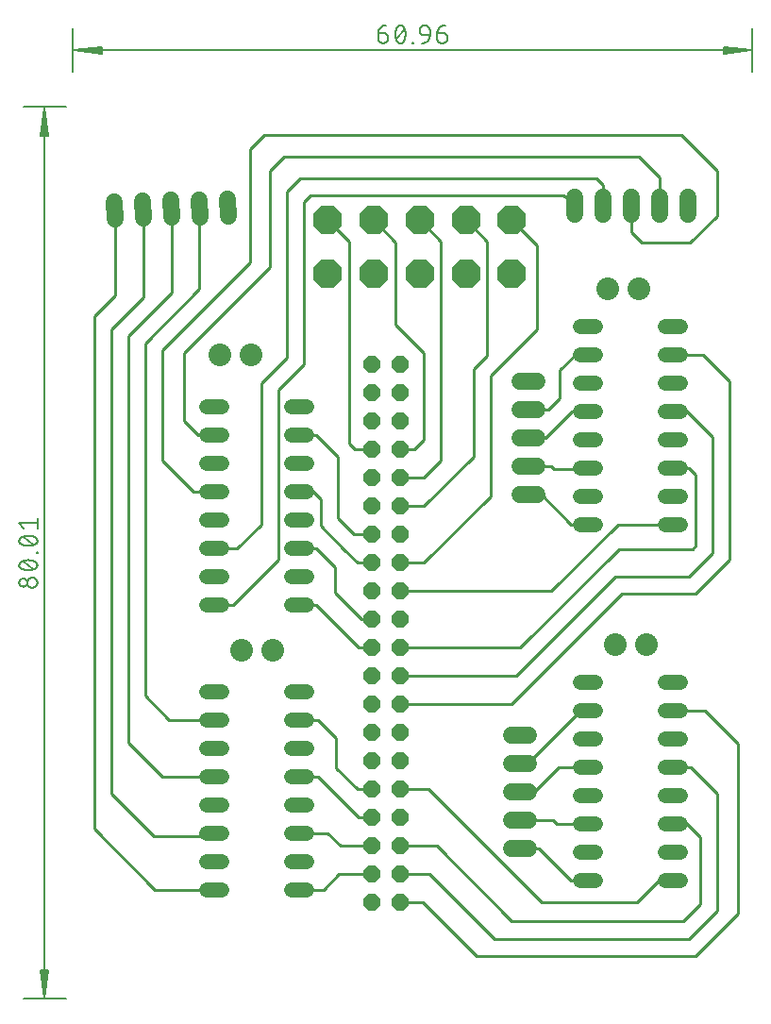
<source format=gbr>
G04 EAGLE Gerber RS-274X export*
G75*
%MOMM*%
%FSLAX34Y34*%
%LPD*%
%INTop Copper*%
%IPPOS*%
%AMOC8*
5,1,8,0,0,1.08239X$1,22.5*%
G01*
%ADD10C,0.130000*%
%ADD11C,0.152400*%
%ADD12C,1.524000*%
%ADD13P,1.649562X8X292.500000*%
%ADD14C,1.320800*%
%ADD15C,2.032000*%
%ADD16P,2.749271X8X22.500000*%
%ADD17P,2.749271X8X112.500000*%
%ADD18C,0.254000*%


D10*
X-6350Y825500D02*
X32200Y825500D01*
X32200Y25400D02*
X-6350Y25400D01*
X12700Y26050D02*
X12700Y824850D01*
X9508Y799500D01*
X15892Y799500D01*
X12700Y824850D01*
X11400Y799500D01*
X14000Y799500D02*
X12700Y824850D01*
X10100Y799500D01*
X15300Y799500D02*
X12700Y824850D01*
X9508Y51400D02*
X12700Y26050D01*
X9508Y51400D02*
X15892Y51400D01*
X12700Y26050D01*
X11400Y51400D01*
X14000Y51400D02*
X12700Y26050D01*
X10100Y51400D01*
X15300Y51400D02*
X12700Y26050D01*
D11*
X1677Y394391D02*
X1544Y394393D01*
X1412Y394399D01*
X1280Y394409D01*
X1148Y394422D01*
X1016Y394440D01*
X886Y394461D01*
X755Y394486D01*
X626Y394515D01*
X498Y394548D01*
X370Y394584D01*
X244Y394624D01*
X119Y394668D01*
X-5Y394716D01*
X-127Y394767D01*
X-248Y394822D01*
X-367Y394880D01*
X-485Y394942D01*
X-600Y395007D01*
X-714Y395076D01*
X-825Y395147D01*
X-934Y395223D01*
X-1041Y395301D01*
X-1146Y395382D01*
X-1248Y395467D01*
X-1348Y395554D01*
X-1445Y395644D01*
X-1540Y395737D01*
X-1631Y395833D01*
X-1720Y395931D01*
X-1806Y396032D01*
X-1889Y396136D01*
X-1969Y396242D01*
X-2045Y396350D01*
X-2119Y396460D01*
X-2189Y396573D01*
X-2256Y396687D01*
X-2319Y396804D01*
X-2379Y396922D01*
X-2436Y397042D01*
X-2489Y397164D01*
X-2538Y397287D01*
X-2584Y397411D01*
X-2626Y397537D01*
X-2664Y397664D01*
X-2699Y397792D01*
X-2730Y397921D01*
X-2757Y398050D01*
X-2780Y398181D01*
X-2800Y398312D01*
X-2815Y398444D01*
X-2827Y398576D01*
X-2835Y398708D01*
X-2839Y398841D01*
X-2839Y398973D01*
X-2835Y399106D01*
X-2827Y399238D01*
X-2815Y399370D01*
X-2800Y399502D01*
X-2780Y399633D01*
X-2757Y399764D01*
X-2730Y399893D01*
X-2699Y400022D01*
X-2664Y400150D01*
X-2626Y400277D01*
X-2584Y400403D01*
X-2538Y400527D01*
X-2489Y400650D01*
X-2436Y400772D01*
X-2379Y400892D01*
X-2319Y401010D01*
X-2256Y401127D01*
X-2189Y401241D01*
X-2119Y401354D01*
X-2045Y401464D01*
X-1969Y401572D01*
X-1889Y401678D01*
X-1806Y401782D01*
X-1720Y401883D01*
X-1631Y401981D01*
X-1540Y402077D01*
X-1445Y402170D01*
X-1348Y402260D01*
X-1248Y402347D01*
X-1146Y402432D01*
X-1041Y402513D01*
X-934Y402591D01*
X-825Y402667D01*
X-714Y402738D01*
X-600Y402807D01*
X-485Y402872D01*
X-367Y402934D01*
X-248Y402992D01*
X-127Y403047D01*
X-5Y403098D01*
X119Y403146D01*
X244Y403190D01*
X370Y403230D01*
X498Y403266D01*
X626Y403299D01*
X755Y403328D01*
X886Y403353D01*
X1016Y403374D01*
X1148Y403392D01*
X1280Y403405D01*
X1412Y403415D01*
X1544Y403421D01*
X1677Y403423D01*
X1810Y403421D01*
X1942Y403415D01*
X2074Y403405D01*
X2206Y403392D01*
X2338Y403374D01*
X2468Y403353D01*
X2599Y403328D01*
X2728Y403299D01*
X2856Y403266D01*
X2984Y403230D01*
X3110Y403190D01*
X3235Y403146D01*
X3359Y403098D01*
X3481Y403047D01*
X3602Y402992D01*
X3721Y402934D01*
X3839Y402872D01*
X3954Y402807D01*
X4068Y402738D01*
X4179Y402667D01*
X4288Y402591D01*
X4395Y402513D01*
X4500Y402432D01*
X4602Y402347D01*
X4702Y402260D01*
X4799Y402170D01*
X4894Y402077D01*
X4985Y401981D01*
X5074Y401883D01*
X5160Y401782D01*
X5243Y401678D01*
X5323Y401572D01*
X5399Y401464D01*
X5473Y401354D01*
X5543Y401241D01*
X5610Y401127D01*
X5673Y401010D01*
X5733Y400892D01*
X5790Y400772D01*
X5843Y400650D01*
X5892Y400527D01*
X5938Y400403D01*
X5980Y400277D01*
X6018Y400150D01*
X6053Y400022D01*
X6084Y399893D01*
X6111Y399764D01*
X6134Y399633D01*
X6154Y399502D01*
X6169Y399370D01*
X6181Y399238D01*
X6189Y399106D01*
X6193Y398973D01*
X6193Y398841D01*
X6189Y398708D01*
X6181Y398576D01*
X6169Y398444D01*
X6154Y398312D01*
X6134Y398181D01*
X6111Y398050D01*
X6084Y397921D01*
X6053Y397792D01*
X6018Y397664D01*
X5980Y397537D01*
X5938Y397411D01*
X5892Y397287D01*
X5843Y397164D01*
X5790Y397042D01*
X5733Y396922D01*
X5673Y396804D01*
X5610Y396687D01*
X5543Y396573D01*
X5473Y396460D01*
X5399Y396350D01*
X5323Y396242D01*
X5243Y396136D01*
X5160Y396032D01*
X5074Y395931D01*
X4985Y395833D01*
X4894Y395737D01*
X4799Y395644D01*
X4702Y395554D01*
X4602Y395467D01*
X4500Y395382D01*
X4395Y395301D01*
X4288Y395223D01*
X4179Y395147D01*
X4068Y395076D01*
X3954Y395007D01*
X3839Y394942D01*
X3721Y394880D01*
X3602Y394822D01*
X3481Y394767D01*
X3359Y394716D01*
X3235Y394668D01*
X3110Y394624D01*
X2984Y394584D01*
X2856Y394548D01*
X2728Y394515D01*
X2599Y394486D01*
X2468Y394461D01*
X2338Y394440D01*
X2206Y394422D01*
X2074Y394409D01*
X1942Y394399D01*
X1810Y394393D01*
X1677Y394391D01*
X-6451Y395295D02*
X-6570Y395297D01*
X-6690Y395303D01*
X-6809Y395313D01*
X-6927Y395327D01*
X-7046Y395344D01*
X-7163Y395366D01*
X-7280Y395391D01*
X-7395Y395421D01*
X-7510Y395454D01*
X-7624Y395491D01*
X-7736Y395531D01*
X-7847Y395576D01*
X-7956Y395624D01*
X-8064Y395675D01*
X-8170Y395730D01*
X-8274Y395789D01*
X-8376Y395851D01*
X-8476Y395916D01*
X-8574Y395985D01*
X-8670Y396057D01*
X-8763Y396132D01*
X-8853Y396209D01*
X-8941Y396290D01*
X-9026Y396374D01*
X-9108Y396461D01*
X-9188Y396550D01*
X-9264Y396642D01*
X-9338Y396736D01*
X-9408Y396833D01*
X-9475Y396931D01*
X-9539Y397032D01*
X-9599Y397136D01*
X-9656Y397241D01*
X-9709Y397348D01*
X-9759Y397456D01*
X-9805Y397566D01*
X-9847Y397678D01*
X-9886Y397791D01*
X-9921Y397905D01*
X-9952Y398020D01*
X-9980Y398137D01*
X-10003Y398254D01*
X-10023Y398371D01*
X-10039Y398490D01*
X-10051Y398609D01*
X-10059Y398728D01*
X-10063Y398847D01*
X-10063Y398967D01*
X-10059Y399086D01*
X-10051Y399205D01*
X-10039Y399324D01*
X-10023Y399443D01*
X-10003Y399560D01*
X-9980Y399677D01*
X-9952Y399794D01*
X-9921Y399909D01*
X-9886Y400023D01*
X-9847Y400136D01*
X-9805Y400248D01*
X-9759Y400358D01*
X-9709Y400466D01*
X-9656Y400573D01*
X-9599Y400678D01*
X-9539Y400782D01*
X-9475Y400883D01*
X-9408Y400981D01*
X-9338Y401078D01*
X-9264Y401172D01*
X-9188Y401264D01*
X-9108Y401353D01*
X-9026Y401440D01*
X-8941Y401524D01*
X-8853Y401605D01*
X-8763Y401682D01*
X-8670Y401757D01*
X-8574Y401829D01*
X-8476Y401898D01*
X-8376Y401963D01*
X-8274Y402025D01*
X-8170Y402084D01*
X-8064Y402139D01*
X-7956Y402190D01*
X-7847Y402238D01*
X-7736Y402283D01*
X-7624Y402323D01*
X-7510Y402360D01*
X-7395Y402393D01*
X-7280Y402423D01*
X-7163Y402448D01*
X-7046Y402470D01*
X-6927Y402487D01*
X-6809Y402501D01*
X-6690Y402511D01*
X-6570Y402517D01*
X-6451Y402519D01*
X-6332Y402517D01*
X-6212Y402511D01*
X-6093Y402501D01*
X-5975Y402487D01*
X-5856Y402470D01*
X-5739Y402448D01*
X-5622Y402423D01*
X-5507Y402393D01*
X-5392Y402360D01*
X-5278Y402323D01*
X-5166Y402283D01*
X-5055Y402238D01*
X-4946Y402190D01*
X-4838Y402139D01*
X-4732Y402084D01*
X-4628Y402025D01*
X-4526Y401963D01*
X-4426Y401898D01*
X-4328Y401829D01*
X-4232Y401757D01*
X-4139Y401682D01*
X-4049Y401605D01*
X-3961Y401524D01*
X-3876Y401440D01*
X-3794Y401353D01*
X-3714Y401264D01*
X-3638Y401172D01*
X-3564Y401078D01*
X-3494Y400981D01*
X-3427Y400883D01*
X-3363Y400782D01*
X-3303Y400678D01*
X-3246Y400573D01*
X-3193Y400466D01*
X-3143Y400358D01*
X-3097Y400248D01*
X-3055Y400136D01*
X-3016Y400023D01*
X-2981Y399909D01*
X-2950Y399794D01*
X-2922Y399677D01*
X-2899Y399560D01*
X-2879Y399443D01*
X-2863Y399324D01*
X-2851Y399205D01*
X-2843Y399086D01*
X-2839Y398967D01*
X-2839Y398847D01*
X-2843Y398728D01*
X-2851Y398609D01*
X-2863Y398490D01*
X-2879Y398371D01*
X-2899Y398254D01*
X-2922Y398137D01*
X-2950Y398020D01*
X-2981Y397905D01*
X-3016Y397791D01*
X-3055Y397678D01*
X-3097Y397566D01*
X-3143Y397456D01*
X-3193Y397348D01*
X-3246Y397241D01*
X-3303Y397136D01*
X-3363Y397032D01*
X-3427Y396931D01*
X-3494Y396833D01*
X-3564Y396736D01*
X-3638Y396642D01*
X-3714Y396550D01*
X-3794Y396461D01*
X-3876Y396374D01*
X-3961Y396290D01*
X-4049Y396209D01*
X-4139Y396132D01*
X-4232Y396057D01*
X-4328Y395985D01*
X-4426Y395916D01*
X-4526Y395851D01*
X-4628Y395789D01*
X-4732Y395730D01*
X-4838Y395675D01*
X-4946Y395624D01*
X-5055Y395576D01*
X-5166Y395531D01*
X-5278Y395491D01*
X-5392Y395454D01*
X-5507Y395421D01*
X-5622Y395391D01*
X-5739Y395366D01*
X-5856Y395344D01*
X-5975Y395327D01*
X-6093Y395313D01*
X-6212Y395303D01*
X-6332Y395297D01*
X-6451Y395295D01*
X-1935Y410023D02*
X-2255Y410027D01*
X-2574Y410038D01*
X-2894Y410057D01*
X-3212Y410084D01*
X-3530Y410118D01*
X-3847Y410160D01*
X-4163Y410210D01*
X-4478Y410267D01*
X-4791Y410331D01*
X-5103Y410403D01*
X-5413Y410482D01*
X-5720Y410569D01*
X-6026Y410663D01*
X-6329Y410764D01*
X-6630Y410873D01*
X-6928Y410988D01*
X-7224Y411111D01*
X-7516Y411241D01*
X-7805Y411378D01*
X-7806Y411377D02*
X-7914Y411416D01*
X-8021Y411459D01*
X-8126Y411505D01*
X-8230Y411556D01*
X-8332Y411609D01*
X-8432Y411666D01*
X-8530Y411727D01*
X-8625Y411791D01*
X-8719Y411858D01*
X-8810Y411929D01*
X-8899Y412002D01*
X-8985Y412079D01*
X-9068Y412158D01*
X-9149Y412240D01*
X-9227Y412325D01*
X-9301Y412413D01*
X-9373Y412503D01*
X-9441Y412595D01*
X-9507Y412690D01*
X-9569Y412787D01*
X-9627Y412886D01*
X-9683Y412988D01*
X-9734Y413090D01*
X-9782Y413195D01*
X-9827Y413301D01*
X-9868Y413409D01*
X-9905Y413518D01*
X-9938Y413628D01*
X-9967Y413740D01*
X-9993Y413852D01*
X-10015Y413965D01*
X-10032Y414079D01*
X-10046Y414193D01*
X-10056Y414308D01*
X-10062Y414423D01*
X-10064Y414538D01*
X-10063Y414538D02*
X-10061Y414653D01*
X-10055Y414768D01*
X-10045Y414883D01*
X-10031Y414997D01*
X-10014Y415111D01*
X-9992Y415224D01*
X-9966Y415336D01*
X-9937Y415448D01*
X-9904Y415558D01*
X-9867Y415667D01*
X-9826Y415775D01*
X-9781Y415881D01*
X-9733Y415986D01*
X-9682Y416088D01*
X-9626Y416189D01*
X-9568Y416289D01*
X-9506Y416386D01*
X-9441Y416480D01*
X-9372Y416573D01*
X-9300Y416663D01*
X-9226Y416751D01*
X-9148Y416836D01*
X-9067Y416918D01*
X-8984Y416997D01*
X-8898Y417074D01*
X-8809Y417147D01*
X-8718Y417218D01*
X-8624Y417285D01*
X-8529Y417349D01*
X-8431Y417410D01*
X-8331Y417467D01*
X-8229Y417520D01*
X-8125Y417571D01*
X-8020Y417617D01*
X-7913Y417660D01*
X-7805Y417699D01*
X-7805Y417698D02*
X-7516Y417835D01*
X-7224Y417965D01*
X-6928Y418088D01*
X-6630Y418203D01*
X-6329Y418312D01*
X-6026Y418413D01*
X-5720Y418507D01*
X-5413Y418594D01*
X-5103Y418673D01*
X-4791Y418745D01*
X-4478Y418809D01*
X-4163Y418866D01*
X-3847Y418916D01*
X-3530Y418958D01*
X-3212Y418992D01*
X-2894Y419019D01*
X-2574Y419038D01*
X-2255Y419049D01*
X-1935Y419053D01*
X-1935Y410023D02*
X-1615Y410027D01*
X-1296Y410038D01*
X-976Y410057D01*
X-658Y410084D01*
X-340Y410118D01*
X-23Y410160D01*
X293Y410210D01*
X608Y410267D01*
X921Y410331D01*
X1233Y410403D01*
X1543Y410482D01*
X1850Y410569D01*
X2156Y410663D01*
X2459Y410764D01*
X2760Y410873D01*
X3058Y410988D01*
X3354Y411111D01*
X3646Y411241D01*
X3935Y411378D01*
X3936Y411377D02*
X4044Y411416D01*
X4151Y411459D01*
X4256Y411505D01*
X4360Y411556D01*
X4462Y411609D01*
X4562Y411666D01*
X4660Y411727D01*
X4755Y411791D01*
X4849Y411858D01*
X4940Y411929D01*
X5029Y412002D01*
X5115Y412079D01*
X5198Y412158D01*
X5279Y412240D01*
X5357Y412325D01*
X5431Y412413D01*
X5503Y412503D01*
X5572Y412596D01*
X5637Y412690D01*
X5699Y412787D01*
X5757Y412887D01*
X5813Y412988D01*
X5864Y413090D01*
X5912Y413195D01*
X5957Y413301D01*
X5998Y413409D01*
X6035Y413518D01*
X6068Y413628D01*
X6097Y413740D01*
X6123Y413852D01*
X6145Y413965D01*
X6162Y414079D01*
X6176Y414193D01*
X6186Y414308D01*
X6192Y414423D01*
X6194Y414538D01*
X3935Y417698D02*
X3646Y417835D01*
X3354Y417965D01*
X3058Y418088D01*
X2760Y418203D01*
X2459Y418312D01*
X2156Y418413D01*
X1850Y418507D01*
X1543Y418594D01*
X1233Y418673D01*
X921Y418745D01*
X608Y418809D01*
X293Y418866D01*
X-23Y418916D01*
X-340Y418958D01*
X-658Y418992D01*
X-976Y419019D01*
X-1296Y419038D01*
X-1615Y419049D01*
X-1935Y419053D01*
X3935Y417699D02*
X4043Y417660D01*
X4150Y417617D01*
X4255Y417571D01*
X4359Y417520D01*
X4461Y417467D01*
X4561Y417410D01*
X4659Y417349D01*
X4754Y417285D01*
X4848Y417218D01*
X4939Y417147D01*
X5028Y417074D01*
X5114Y416997D01*
X5197Y416918D01*
X5278Y416836D01*
X5356Y416751D01*
X5430Y416663D01*
X5502Y416573D01*
X5571Y416480D01*
X5636Y416386D01*
X5698Y416289D01*
X5756Y416189D01*
X5812Y416088D01*
X5863Y415985D01*
X5911Y415881D01*
X5956Y415775D01*
X5997Y415667D01*
X6034Y415558D01*
X6067Y415448D01*
X6096Y415336D01*
X6122Y415224D01*
X6144Y415111D01*
X6161Y414997D01*
X6175Y414883D01*
X6185Y414768D01*
X6191Y414653D01*
X6193Y414538D01*
X2581Y410926D02*
X-6451Y418151D01*
X5290Y425028D02*
X6193Y425028D01*
X5290Y425028D02*
X5290Y425931D01*
X6193Y425931D01*
X6193Y425028D01*
X-1935Y431906D02*
X-2255Y431910D01*
X-2574Y431921D01*
X-2894Y431940D01*
X-3212Y431967D01*
X-3530Y432001D01*
X-3847Y432043D01*
X-4163Y432093D01*
X-4478Y432150D01*
X-4791Y432214D01*
X-5103Y432286D01*
X-5413Y432365D01*
X-5720Y432452D01*
X-6026Y432546D01*
X-6329Y432647D01*
X-6630Y432756D01*
X-6928Y432871D01*
X-7224Y432994D01*
X-7516Y433124D01*
X-7805Y433261D01*
X-7806Y433261D02*
X-7914Y433300D01*
X-8021Y433343D01*
X-8126Y433389D01*
X-8230Y433440D01*
X-8332Y433493D01*
X-8432Y433550D01*
X-8530Y433611D01*
X-8625Y433675D01*
X-8719Y433742D01*
X-8810Y433813D01*
X-8899Y433886D01*
X-8985Y433963D01*
X-9068Y434042D01*
X-9149Y434124D01*
X-9227Y434209D01*
X-9301Y434297D01*
X-9373Y434387D01*
X-9441Y434479D01*
X-9507Y434574D01*
X-9569Y434671D01*
X-9627Y434770D01*
X-9683Y434872D01*
X-9734Y434974D01*
X-9782Y435079D01*
X-9827Y435185D01*
X-9868Y435293D01*
X-9905Y435402D01*
X-9938Y435512D01*
X-9967Y435624D01*
X-9993Y435736D01*
X-10015Y435849D01*
X-10032Y435963D01*
X-10046Y436077D01*
X-10056Y436192D01*
X-10062Y436307D01*
X-10064Y436422D01*
X-10063Y436422D02*
X-10061Y436537D01*
X-10055Y436652D01*
X-10045Y436767D01*
X-10031Y436881D01*
X-10014Y436995D01*
X-9992Y437108D01*
X-9966Y437220D01*
X-9937Y437332D01*
X-9904Y437442D01*
X-9867Y437551D01*
X-9826Y437659D01*
X-9781Y437765D01*
X-9733Y437870D01*
X-9682Y437972D01*
X-9626Y438073D01*
X-9568Y438173D01*
X-9506Y438270D01*
X-9441Y438364D01*
X-9372Y438457D01*
X-9300Y438547D01*
X-9226Y438635D01*
X-9148Y438720D01*
X-9067Y438802D01*
X-8984Y438881D01*
X-8898Y438958D01*
X-8809Y439031D01*
X-8718Y439102D01*
X-8624Y439169D01*
X-8529Y439233D01*
X-8431Y439294D01*
X-8331Y439351D01*
X-8229Y439404D01*
X-8125Y439455D01*
X-8020Y439501D01*
X-7913Y439544D01*
X-7805Y439583D01*
X-7805Y439582D02*
X-7516Y439719D01*
X-7224Y439849D01*
X-6928Y439972D01*
X-6630Y440087D01*
X-6329Y440196D01*
X-6026Y440297D01*
X-5720Y440391D01*
X-5413Y440478D01*
X-5103Y440557D01*
X-4791Y440629D01*
X-4478Y440693D01*
X-4163Y440750D01*
X-3847Y440800D01*
X-3530Y440842D01*
X-3212Y440876D01*
X-2894Y440903D01*
X-2574Y440922D01*
X-2255Y440933D01*
X-1935Y440937D01*
X-1935Y431907D02*
X-1615Y431911D01*
X-1296Y431922D01*
X-976Y431941D01*
X-658Y431968D01*
X-340Y432002D01*
X-23Y432044D01*
X293Y432094D01*
X608Y432151D01*
X921Y432215D01*
X1233Y432287D01*
X1543Y432366D01*
X1850Y432453D01*
X2156Y432547D01*
X2459Y432648D01*
X2760Y432757D01*
X3058Y432872D01*
X3354Y432995D01*
X3646Y433125D01*
X3935Y433262D01*
X3936Y433261D02*
X4044Y433300D01*
X4151Y433343D01*
X4256Y433389D01*
X4360Y433440D01*
X4462Y433493D01*
X4562Y433550D01*
X4660Y433611D01*
X4755Y433675D01*
X4849Y433742D01*
X4940Y433813D01*
X5029Y433886D01*
X5115Y433963D01*
X5198Y434042D01*
X5279Y434124D01*
X5357Y434209D01*
X5431Y434297D01*
X5503Y434387D01*
X5572Y434480D01*
X5637Y434574D01*
X5699Y434671D01*
X5757Y434771D01*
X5813Y434872D01*
X5864Y434974D01*
X5912Y435079D01*
X5957Y435185D01*
X5998Y435293D01*
X6035Y435402D01*
X6068Y435512D01*
X6097Y435624D01*
X6123Y435736D01*
X6145Y435849D01*
X6162Y435963D01*
X6176Y436077D01*
X6186Y436192D01*
X6192Y436307D01*
X6194Y436422D01*
X3935Y439582D02*
X3646Y439719D01*
X3354Y439849D01*
X3058Y439972D01*
X2760Y440087D01*
X2459Y440196D01*
X2156Y440297D01*
X1850Y440391D01*
X1543Y440478D01*
X1233Y440557D01*
X921Y440629D01*
X608Y440693D01*
X293Y440750D01*
X-23Y440800D01*
X-340Y440842D01*
X-658Y440876D01*
X-976Y440903D01*
X-1296Y440922D01*
X-1615Y440933D01*
X-1935Y440937D01*
X3935Y439583D02*
X4043Y439544D01*
X4150Y439501D01*
X4255Y439455D01*
X4359Y439404D01*
X4461Y439351D01*
X4561Y439294D01*
X4659Y439233D01*
X4754Y439169D01*
X4848Y439102D01*
X4939Y439031D01*
X5028Y438958D01*
X5114Y438881D01*
X5197Y438802D01*
X5278Y438720D01*
X5356Y438635D01*
X5430Y438547D01*
X5502Y438457D01*
X5571Y438364D01*
X5636Y438270D01*
X5698Y438173D01*
X5756Y438073D01*
X5812Y437972D01*
X5863Y437869D01*
X5911Y437765D01*
X5956Y437659D01*
X5997Y437551D01*
X6034Y437442D01*
X6067Y437332D01*
X6096Y437220D01*
X6122Y437108D01*
X6144Y436995D01*
X6161Y436881D01*
X6175Y436767D01*
X6185Y436652D01*
X6191Y436537D01*
X6193Y436422D01*
X2581Y432809D02*
X-6451Y440034D01*
X-6451Y447537D02*
X-10063Y452053D01*
X6193Y452053D01*
X6193Y447537D02*
X6193Y456569D01*
D10*
X38100Y857250D02*
X38100Y895800D01*
X647700Y895800D02*
X647700Y857250D01*
X647050Y876300D02*
X38750Y876300D01*
X64100Y879492D01*
X64100Y873108D01*
X38750Y876300D01*
X64100Y877600D01*
X64100Y875000D02*
X38750Y876300D01*
X64100Y878900D01*
X64100Y873700D02*
X38750Y876300D01*
X621700Y879492D02*
X647050Y876300D01*
X621700Y879492D02*
X621700Y873108D01*
X647050Y876300D01*
X621700Y877600D01*
X621700Y875000D02*
X647050Y876300D01*
X621700Y878900D01*
X621700Y873700D02*
X647050Y876300D01*
D11*
X317260Y891838D02*
X311841Y891838D01*
X317260Y891838D02*
X317378Y891836D01*
X317496Y891830D01*
X317614Y891821D01*
X317731Y891807D01*
X317848Y891790D01*
X317965Y891769D01*
X318080Y891744D01*
X318195Y891715D01*
X318309Y891682D01*
X318421Y891646D01*
X318532Y891606D01*
X318642Y891563D01*
X318751Y891516D01*
X318858Y891466D01*
X318963Y891411D01*
X319066Y891354D01*
X319167Y891293D01*
X319267Y891229D01*
X319364Y891162D01*
X319459Y891092D01*
X319551Y891018D01*
X319642Y890942D01*
X319729Y890862D01*
X319814Y890780D01*
X319896Y890695D01*
X319976Y890608D01*
X320052Y890517D01*
X320126Y890425D01*
X320196Y890330D01*
X320263Y890233D01*
X320327Y890133D01*
X320388Y890032D01*
X320445Y889929D01*
X320500Y889824D01*
X320550Y889717D01*
X320597Y889608D01*
X320640Y889498D01*
X320680Y889387D01*
X320716Y889275D01*
X320749Y889161D01*
X320778Y889046D01*
X320803Y888931D01*
X320824Y888814D01*
X320841Y888697D01*
X320855Y888580D01*
X320864Y888462D01*
X320870Y888344D01*
X320872Y888226D01*
X320872Y887323D01*
X320873Y887323D02*
X320871Y887190D01*
X320865Y887058D01*
X320855Y886926D01*
X320842Y886794D01*
X320824Y886662D01*
X320803Y886532D01*
X320778Y886401D01*
X320749Y886272D01*
X320716Y886144D01*
X320680Y886016D01*
X320640Y885890D01*
X320596Y885765D01*
X320548Y885641D01*
X320497Y885519D01*
X320442Y885398D01*
X320384Y885279D01*
X320322Y885161D01*
X320257Y885046D01*
X320188Y884932D01*
X320117Y884821D01*
X320041Y884712D01*
X319963Y884605D01*
X319882Y884500D01*
X319797Y884398D01*
X319710Y884298D01*
X319620Y884201D01*
X319527Y884106D01*
X319431Y884015D01*
X319333Y883926D01*
X319232Y883840D01*
X319128Y883757D01*
X319022Y883677D01*
X318914Y883601D01*
X318804Y883527D01*
X318691Y883457D01*
X318577Y883390D01*
X318460Y883327D01*
X318342Y883267D01*
X318222Y883210D01*
X318100Y883157D01*
X317977Y883108D01*
X317853Y883062D01*
X317727Y883020D01*
X317600Y882982D01*
X317472Y882947D01*
X317343Y882916D01*
X317214Y882889D01*
X317083Y882866D01*
X316952Y882846D01*
X316820Y882831D01*
X316688Y882819D01*
X316556Y882811D01*
X316423Y882807D01*
X316291Y882807D01*
X316158Y882811D01*
X316026Y882819D01*
X315894Y882831D01*
X315762Y882846D01*
X315631Y882866D01*
X315500Y882889D01*
X315371Y882916D01*
X315242Y882947D01*
X315114Y882982D01*
X314987Y883020D01*
X314861Y883062D01*
X314737Y883108D01*
X314614Y883157D01*
X314492Y883210D01*
X314372Y883267D01*
X314254Y883327D01*
X314137Y883390D01*
X314023Y883457D01*
X313910Y883527D01*
X313800Y883601D01*
X313692Y883677D01*
X313586Y883757D01*
X313482Y883840D01*
X313381Y883926D01*
X313283Y884015D01*
X313187Y884106D01*
X313094Y884201D01*
X313004Y884298D01*
X312917Y884398D01*
X312832Y884500D01*
X312751Y884605D01*
X312673Y884712D01*
X312597Y884821D01*
X312526Y884932D01*
X312457Y885046D01*
X312392Y885161D01*
X312330Y885279D01*
X312272Y885398D01*
X312217Y885519D01*
X312166Y885641D01*
X312118Y885765D01*
X312074Y885890D01*
X312034Y886016D01*
X311998Y886144D01*
X311965Y886272D01*
X311936Y886401D01*
X311911Y886532D01*
X311890Y886662D01*
X311872Y886794D01*
X311859Y886926D01*
X311849Y887058D01*
X311843Y887190D01*
X311841Y887323D01*
X311841Y891838D01*
X311843Y892015D01*
X311850Y892193D01*
X311861Y892370D01*
X311876Y892546D01*
X311895Y892722D01*
X311919Y892898D01*
X311947Y893073D01*
X311980Y893248D01*
X312017Y893421D01*
X312058Y893594D01*
X312103Y893765D01*
X312152Y893935D01*
X312206Y894104D01*
X312263Y894272D01*
X312325Y894438D01*
X312391Y894603D01*
X312461Y894766D01*
X312535Y894927D01*
X312612Y895086D01*
X312694Y895244D01*
X312780Y895399D01*
X312869Y895552D01*
X312962Y895703D01*
X313059Y895852D01*
X313159Y895998D01*
X313263Y896142D01*
X313370Y896283D01*
X313481Y896421D01*
X313595Y896557D01*
X313713Y896690D01*
X313833Y896820D01*
X313957Y896947D01*
X314084Y897071D01*
X314214Y897191D01*
X314347Y897309D01*
X314482Y897423D01*
X314621Y897534D01*
X314762Y897641D01*
X314906Y897745D01*
X315052Y897845D01*
X315201Y897942D01*
X315352Y898035D01*
X315505Y898124D01*
X315660Y898210D01*
X315818Y898292D01*
X315977Y898369D01*
X316138Y898443D01*
X316301Y898513D01*
X316466Y898579D01*
X316632Y898641D01*
X316800Y898698D01*
X316969Y898752D01*
X317139Y898801D01*
X317310Y898846D01*
X317483Y898887D01*
X317656Y898924D01*
X317831Y898957D01*
X318006Y898985D01*
X318182Y899009D01*
X318358Y899028D01*
X318534Y899043D01*
X318711Y899054D01*
X318889Y899061D01*
X319066Y899063D01*
X328828Y896805D02*
X328691Y896516D01*
X328561Y896224D01*
X328438Y895928D01*
X328323Y895630D01*
X328214Y895329D01*
X328113Y895026D01*
X328019Y894720D01*
X327932Y894413D01*
X327853Y894103D01*
X327781Y893791D01*
X327717Y893478D01*
X327660Y893163D01*
X327610Y892847D01*
X327568Y892530D01*
X327534Y892212D01*
X327507Y891894D01*
X327488Y891574D01*
X327477Y891255D01*
X327473Y890935D01*
X328827Y896806D02*
X328866Y896914D01*
X328909Y897021D01*
X328955Y897126D01*
X329006Y897230D01*
X329059Y897332D01*
X329116Y897432D01*
X329177Y897530D01*
X329241Y897625D01*
X329308Y897719D01*
X329379Y897810D01*
X329452Y897899D01*
X329529Y897985D01*
X329608Y898068D01*
X329690Y898149D01*
X329775Y898227D01*
X329863Y898301D01*
X329953Y898373D01*
X330045Y898441D01*
X330140Y898507D01*
X330237Y898569D01*
X330336Y898627D01*
X330438Y898683D01*
X330540Y898734D01*
X330645Y898782D01*
X330751Y898827D01*
X330859Y898868D01*
X330968Y898905D01*
X331078Y898938D01*
X331190Y898967D01*
X331302Y898993D01*
X331415Y899015D01*
X331529Y899032D01*
X331643Y899046D01*
X331758Y899056D01*
X331873Y899062D01*
X331988Y899064D01*
X331988Y899063D02*
X332103Y899061D01*
X332218Y899055D01*
X332333Y899045D01*
X332447Y899031D01*
X332561Y899014D01*
X332674Y898992D01*
X332786Y898966D01*
X332898Y898937D01*
X333008Y898904D01*
X333117Y898867D01*
X333225Y898826D01*
X333331Y898781D01*
X333436Y898733D01*
X333538Y898682D01*
X333639Y898626D01*
X333739Y898568D01*
X333836Y898506D01*
X333930Y898441D01*
X334023Y898372D01*
X334113Y898300D01*
X334201Y898226D01*
X334286Y898148D01*
X334368Y898067D01*
X334447Y897984D01*
X334524Y897898D01*
X334597Y897809D01*
X334668Y897718D01*
X334735Y897624D01*
X334799Y897529D01*
X334860Y897431D01*
X334917Y897331D01*
X334970Y897229D01*
X335021Y897125D01*
X335067Y897020D01*
X335110Y896913D01*
X335149Y896805D01*
X335148Y896805D02*
X335285Y896516D01*
X335415Y896224D01*
X335538Y895928D01*
X335653Y895630D01*
X335762Y895329D01*
X335863Y895026D01*
X335957Y894720D01*
X336044Y894413D01*
X336123Y894103D01*
X336195Y893791D01*
X336259Y893478D01*
X336316Y893163D01*
X336366Y892847D01*
X336408Y892530D01*
X336442Y892212D01*
X336469Y891894D01*
X336488Y891574D01*
X336499Y891255D01*
X336503Y890935D01*
X327473Y890935D02*
X327477Y890615D01*
X327488Y890296D01*
X327507Y889976D01*
X327534Y889658D01*
X327568Y889340D01*
X327610Y889023D01*
X327660Y888707D01*
X327717Y888392D01*
X327781Y888079D01*
X327853Y887767D01*
X327932Y887457D01*
X328019Y887150D01*
X328113Y886844D01*
X328214Y886541D01*
X328323Y886240D01*
X328438Y885942D01*
X328561Y885646D01*
X328691Y885354D01*
X328828Y885065D01*
X328827Y885065D02*
X328866Y884957D01*
X328909Y884850D01*
X328955Y884745D01*
X329006Y884641D01*
X329059Y884539D01*
X329116Y884439D01*
X329177Y884341D01*
X329241Y884246D01*
X329308Y884152D01*
X329379Y884061D01*
X329452Y883972D01*
X329529Y883886D01*
X329608Y883803D01*
X329690Y883722D01*
X329775Y883644D01*
X329863Y883570D01*
X329953Y883498D01*
X330046Y883429D01*
X330140Y883364D01*
X330237Y883302D01*
X330337Y883244D01*
X330438Y883188D01*
X330540Y883137D01*
X330645Y883089D01*
X330751Y883044D01*
X330859Y883003D01*
X330968Y882966D01*
X331078Y882933D01*
X331190Y882904D01*
X331302Y882878D01*
X331415Y882856D01*
X331529Y882839D01*
X331643Y882825D01*
X331758Y882815D01*
X331873Y882809D01*
X331988Y882807D01*
X335148Y885065D02*
X335285Y885354D01*
X335415Y885646D01*
X335538Y885942D01*
X335653Y886240D01*
X335762Y886541D01*
X335863Y886844D01*
X335957Y887150D01*
X336044Y887457D01*
X336123Y887767D01*
X336195Y888079D01*
X336259Y888392D01*
X336316Y888707D01*
X336366Y889023D01*
X336408Y889340D01*
X336442Y889658D01*
X336469Y889976D01*
X336488Y890296D01*
X336499Y890615D01*
X336503Y890935D01*
X335149Y885065D02*
X335110Y884957D01*
X335067Y884850D01*
X335021Y884745D01*
X334970Y884641D01*
X334917Y884539D01*
X334860Y884439D01*
X334799Y884341D01*
X334735Y884246D01*
X334668Y884152D01*
X334597Y884061D01*
X334524Y883972D01*
X334447Y883886D01*
X334368Y883803D01*
X334286Y883722D01*
X334201Y883644D01*
X334113Y883570D01*
X334023Y883498D01*
X333930Y883429D01*
X333836Y883364D01*
X333739Y883302D01*
X333639Y883244D01*
X333538Y883188D01*
X333435Y883137D01*
X333331Y883089D01*
X333225Y883044D01*
X333117Y883003D01*
X333008Y882966D01*
X332898Y882933D01*
X332786Y882904D01*
X332674Y882878D01*
X332561Y882856D01*
X332447Y882839D01*
X332333Y882825D01*
X332218Y882815D01*
X332103Y882809D01*
X331988Y882807D01*
X328376Y886419D02*
X335601Y895451D01*
X342478Y883710D02*
X342478Y882807D01*
X342478Y883710D02*
X343381Y883710D01*
X343381Y882807D01*
X342478Y882807D01*
X352969Y890032D02*
X358387Y890032D01*
X352969Y890032D02*
X352851Y890034D01*
X352733Y890040D01*
X352615Y890049D01*
X352498Y890063D01*
X352381Y890080D01*
X352264Y890101D01*
X352149Y890126D01*
X352034Y890155D01*
X351920Y890188D01*
X351808Y890224D01*
X351697Y890264D01*
X351587Y890307D01*
X351478Y890354D01*
X351371Y890404D01*
X351266Y890459D01*
X351163Y890516D01*
X351062Y890577D01*
X350962Y890641D01*
X350865Y890708D01*
X350770Y890778D01*
X350678Y890852D01*
X350587Y890928D01*
X350500Y891008D01*
X350415Y891090D01*
X350333Y891175D01*
X350253Y891262D01*
X350177Y891353D01*
X350103Y891445D01*
X350033Y891540D01*
X349966Y891637D01*
X349902Y891737D01*
X349841Y891838D01*
X349784Y891941D01*
X349729Y892046D01*
X349679Y892153D01*
X349632Y892262D01*
X349589Y892372D01*
X349549Y892483D01*
X349513Y892595D01*
X349480Y892709D01*
X349451Y892824D01*
X349426Y892939D01*
X349405Y893056D01*
X349388Y893173D01*
X349374Y893290D01*
X349365Y893408D01*
X349359Y893526D01*
X349357Y893644D01*
X349356Y893644D02*
X349356Y894547D01*
X349358Y894680D01*
X349364Y894812D01*
X349374Y894944D01*
X349387Y895076D01*
X349405Y895208D01*
X349426Y895338D01*
X349451Y895469D01*
X349480Y895598D01*
X349513Y895726D01*
X349549Y895854D01*
X349589Y895980D01*
X349633Y896105D01*
X349681Y896229D01*
X349732Y896351D01*
X349787Y896472D01*
X349845Y896591D01*
X349907Y896709D01*
X349972Y896824D01*
X350041Y896938D01*
X350112Y897049D01*
X350188Y897158D01*
X350266Y897265D01*
X350347Y897370D01*
X350432Y897472D01*
X350519Y897572D01*
X350609Y897669D01*
X350702Y897764D01*
X350798Y897855D01*
X350896Y897944D01*
X350997Y898030D01*
X351101Y898113D01*
X351207Y898193D01*
X351315Y898269D01*
X351425Y898343D01*
X351538Y898413D01*
X351652Y898480D01*
X351769Y898543D01*
X351887Y898603D01*
X352007Y898660D01*
X352129Y898713D01*
X352252Y898762D01*
X352376Y898808D01*
X352502Y898850D01*
X352629Y898888D01*
X352757Y898923D01*
X352886Y898954D01*
X353015Y898981D01*
X353146Y899004D01*
X353277Y899024D01*
X353409Y899039D01*
X353541Y899051D01*
X353673Y899059D01*
X353806Y899063D01*
X353938Y899063D01*
X354071Y899059D01*
X354203Y899051D01*
X354335Y899039D01*
X354467Y899024D01*
X354598Y899004D01*
X354729Y898981D01*
X354858Y898954D01*
X354987Y898923D01*
X355115Y898888D01*
X355242Y898850D01*
X355368Y898808D01*
X355492Y898762D01*
X355615Y898713D01*
X355737Y898660D01*
X355857Y898603D01*
X355975Y898543D01*
X356092Y898480D01*
X356206Y898413D01*
X356319Y898343D01*
X356429Y898269D01*
X356537Y898193D01*
X356643Y898113D01*
X356747Y898030D01*
X356848Y897944D01*
X356946Y897855D01*
X357042Y897764D01*
X357135Y897669D01*
X357225Y897572D01*
X357312Y897472D01*
X357397Y897370D01*
X357478Y897265D01*
X357556Y897158D01*
X357632Y897049D01*
X357703Y896938D01*
X357772Y896824D01*
X357837Y896709D01*
X357899Y896591D01*
X357957Y896472D01*
X358012Y896351D01*
X358063Y896229D01*
X358111Y896105D01*
X358155Y895980D01*
X358195Y895854D01*
X358231Y895726D01*
X358264Y895598D01*
X358293Y895469D01*
X358318Y895338D01*
X358339Y895208D01*
X358357Y895076D01*
X358370Y894944D01*
X358380Y894812D01*
X358386Y894680D01*
X358388Y894547D01*
X358387Y894547D02*
X358387Y890032D01*
X358385Y889857D01*
X358379Y889683D01*
X358368Y889509D01*
X358353Y889335D01*
X358334Y889161D01*
X358311Y888988D01*
X358284Y888816D01*
X358252Y888644D01*
X358217Y888473D01*
X358177Y888303D01*
X358133Y888134D01*
X358085Y887966D01*
X358033Y887799D01*
X357977Y887634D01*
X357917Y887470D01*
X357854Y887307D01*
X357786Y887147D01*
X357714Y886987D01*
X357639Y886830D01*
X357559Y886674D01*
X357476Y886521D01*
X357390Y886369D01*
X357299Y886220D01*
X357205Y886073D01*
X357108Y885928D01*
X357007Y885785D01*
X356903Y885645D01*
X356795Y885508D01*
X356684Y885373D01*
X356570Y885241D01*
X356453Y885112D01*
X356332Y884985D01*
X356209Y884862D01*
X356082Y884741D01*
X355953Y884624D01*
X355821Y884510D01*
X355686Y884399D01*
X355549Y884291D01*
X355409Y884187D01*
X355266Y884086D01*
X355121Y883989D01*
X354974Y883895D01*
X354825Y883804D01*
X354673Y883718D01*
X354520Y883635D01*
X354364Y883555D01*
X354207Y883480D01*
X354047Y883408D01*
X353887Y883340D01*
X353724Y883277D01*
X353560Y883217D01*
X353395Y883161D01*
X353228Y883109D01*
X353060Y883061D01*
X352891Y883017D01*
X352721Y882977D01*
X352550Y882942D01*
X352378Y882910D01*
X352206Y882883D01*
X352033Y882860D01*
X351859Y882841D01*
X351685Y882826D01*
X351511Y882815D01*
X351337Y882809D01*
X351162Y882807D01*
X364987Y891838D02*
X370406Y891838D01*
X370524Y891836D01*
X370642Y891830D01*
X370760Y891821D01*
X370877Y891807D01*
X370994Y891790D01*
X371111Y891769D01*
X371226Y891744D01*
X371341Y891715D01*
X371455Y891682D01*
X371567Y891646D01*
X371678Y891606D01*
X371788Y891563D01*
X371897Y891516D01*
X372004Y891466D01*
X372109Y891411D01*
X372212Y891354D01*
X372313Y891293D01*
X372413Y891229D01*
X372510Y891162D01*
X372605Y891092D01*
X372697Y891018D01*
X372788Y890942D01*
X372875Y890862D01*
X372960Y890780D01*
X373042Y890695D01*
X373122Y890608D01*
X373198Y890517D01*
X373272Y890425D01*
X373342Y890330D01*
X373409Y890233D01*
X373473Y890133D01*
X373534Y890032D01*
X373591Y889929D01*
X373646Y889824D01*
X373696Y889717D01*
X373743Y889608D01*
X373786Y889498D01*
X373826Y889387D01*
X373862Y889275D01*
X373895Y889161D01*
X373924Y889046D01*
X373949Y888931D01*
X373970Y888814D01*
X373987Y888697D01*
X374001Y888580D01*
X374010Y888462D01*
X374016Y888344D01*
X374018Y888226D01*
X374019Y888226D02*
X374019Y887323D01*
X374017Y887190D01*
X374011Y887058D01*
X374001Y886926D01*
X373988Y886794D01*
X373970Y886662D01*
X373949Y886532D01*
X373924Y886401D01*
X373895Y886272D01*
X373862Y886144D01*
X373826Y886016D01*
X373786Y885890D01*
X373742Y885765D01*
X373694Y885641D01*
X373643Y885519D01*
X373588Y885398D01*
X373530Y885279D01*
X373468Y885161D01*
X373403Y885046D01*
X373334Y884932D01*
X373263Y884821D01*
X373187Y884712D01*
X373109Y884605D01*
X373028Y884500D01*
X372943Y884398D01*
X372856Y884298D01*
X372766Y884201D01*
X372673Y884106D01*
X372577Y884015D01*
X372479Y883926D01*
X372378Y883840D01*
X372274Y883757D01*
X372168Y883677D01*
X372060Y883601D01*
X371950Y883527D01*
X371837Y883457D01*
X371723Y883390D01*
X371606Y883327D01*
X371488Y883267D01*
X371368Y883210D01*
X371246Y883157D01*
X371123Y883108D01*
X370999Y883062D01*
X370873Y883020D01*
X370746Y882982D01*
X370618Y882947D01*
X370489Y882916D01*
X370360Y882889D01*
X370229Y882866D01*
X370098Y882846D01*
X369966Y882831D01*
X369834Y882819D01*
X369702Y882811D01*
X369569Y882807D01*
X369437Y882807D01*
X369304Y882811D01*
X369172Y882819D01*
X369040Y882831D01*
X368908Y882846D01*
X368777Y882866D01*
X368646Y882889D01*
X368517Y882916D01*
X368388Y882947D01*
X368260Y882982D01*
X368133Y883020D01*
X368007Y883062D01*
X367883Y883108D01*
X367760Y883157D01*
X367638Y883210D01*
X367518Y883267D01*
X367400Y883327D01*
X367283Y883390D01*
X367169Y883457D01*
X367056Y883527D01*
X366946Y883601D01*
X366838Y883677D01*
X366732Y883757D01*
X366628Y883840D01*
X366527Y883926D01*
X366429Y884015D01*
X366333Y884106D01*
X366240Y884201D01*
X366150Y884298D01*
X366063Y884398D01*
X365978Y884500D01*
X365897Y884605D01*
X365819Y884712D01*
X365743Y884821D01*
X365672Y884932D01*
X365603Y885046D01*
X365538Y885161D01*
X365476Y885279D01*
X365418Y885398D01*
X365363Y885519D01*
X365312Y885641D01*
X365264Y885765D01*
X365220Y885890D01*
X365180Y886016D01*
X365144Y886144D01*
X365111Y886272D01*
X365082Y886401D01*
X365057Y886532D01*
X365036Y886662D01*
X365018Y886794D01*
X365005Y886926D01*
X364995Y887058D01*
X364989Y887190D01*
X364987Y887323D01*
X364987Y891838D01*
X364989Y892015D01*
X364996Y892193D01*
X365007Y892370D01*
X365022Y892546D01*
X365041Y892722D01*
X365065Y892898D01*
X365093Y893073D01*
X365126Y893248D01*
X365163Y893421D01*
X365204Y893594D01*
X365249Y893765D01*
X365298Y893935D01*
X365352Y894104D01*
X365409Y894272D01*
X365471Y894438D01*
X365537Y894603D01*
X365607Y894766D01*
X365681Y894927D01*
X365758Y895086D01*
X365840Y895244D01*
X365926Y895399D01*
X366015Y895552D01*
X366108Y895703D01*
X366205Y895852D01*
X366305Y895998D01*
X366409Y896142D01*
X366516Y896283D01*
X366627Y896421D01*
X366741Y896557D01*
X366859Y896690D01*
X366979Y896820D01*
X367103Y896947D01*
X367230Y897071D01*
X367360Y897191D01*
X367493Y897309D01*
X367628Y897423D01*
X367767Y897534D01*
X367908Y897641D01*
X368052Y897745D01*
X368198Y897845D01*
X368347Y897942D01*
X368498Y898035D01*
X368651Y898124D01*
X368806Y898210D01*
X368964Y898292D01*
X369123Y898369D01*
X369284Y898443D01*
X369447Y898513D01*
X369612Y898579D01*
X369778Y898641D01*
X369946Y898698D01*
X370115Y898752D01*
X370285Y898801D01*
X370456Y898846D01*
X370629Y898887D01*
X370802Y898924D01*
X370977Y898957D01*
X371152Y898985D01*
X371328Y899009D01*
X371504Y899028D01*
X371680Y899043D01*
X371857Y899054D01*
X372035Y899061D01*
X372212Y899063D01*
D12*
X589915Y744220D02*
X589915Y728980D01*
X564515Y728980D02*
X564515Y744220D01*
X539115Y744220D02*
X539115Y728980D01*
X513715Y728980D02*
X513715Y744220D01*
X488315Y744220D02*
X488315Y728980D01*
X177336Y727683D02*
X176964Y742919D01*
X151571Y742298D02*
X151944Y727063D01*
X126551Y726442D02*
X126179Y741678D01*
X100786Y741057D02*
X101159Y725822D01*
X75766Y725201D02*
X75394Y740437D01*
X438785Y579120D02*
X454025Y579120D01*
X454025Y553720D02*
X438785Y553720D01*
X438785Y528320D02*
X454025Y528320D01*
X454025Y502920D02*
X438785Y502920D01*
X438785Y477520D02*
X454025Y477520D01*
X446405Y261620D02*
X431165Y261620D01*
X431165Y236220D02*
X446405Y236220D01*
X446405Y210820D02*
X431165Y210820D01*
X431165Y185420D02*
X446405Y185420D01*
X446405Y160020D02*
X431165Y160020D01*
D13*
X306070Y594360D03*
X331470Y594360D03*
X306070Y568960D03*
X331470Y568960D03*
X306070Y543560D03*
X331470Y543560D03*
X306070Y518160D03*
X331470Y518160D03*
X306070Y492760D03*
X331470Y492760D03*
X306070Y467360D03*
X331470Y467360D03*
X306070Y441960D03*
X331470Y441960D03*
X306070Y416560D03*
X331470Y416560D03*
X306070Y391160D03*
X331470Y391160D03*
X306070Y365760D03*
X331470Y365760D03*
X306070Y340360D03*
X331470Y340360D03*
X306070Y314960D03*
X331470Y314960D03*
X306070Y289560D03*
X331470Y289560D03*
X306070Y264160D03*
X331470Y264160D03*
X306070Y238760D03*
X331470Y238760D03*
X306070Y213360D03*
X331470Y213360D03*
X306070Y187960D03*
X331470Y187960D03*
X306070Y162560D03*
X331470Y162560D03*
X306070Y137160D03*
X331470Y137160D03*
X306070Y111760D03*
X331470Y111760D03*
D14*
X247904Y378460D02*
X234696Y378460D01*
X234696Y403860D02*
X247904Y403860D01*
X247904Y480060D02*
X234696Y480060D01*
X234696Y505460D02*
X247904Y505460D01*
X247904Y429260D02*
X234696Y429260D01*
X234696Y454660D02*
X247904Y454660D01*
X247904Y530860D02*
X234696Y530860D01*
X234696Y556260D02*
X247904Y556260D01*
X171704Y556260D02*
X158496Y556260D01*
X158496Y530860D02*
X171704Y530860D01*
X171704Y505460D02*
X158496Y505460D01*
X158496Y480060D02*
X171704Y480060D01*
X171704Y454660D02*
X158496Y454660D01*
X158496Y429260D02*
X171704Y429260D01*
X171704Y403860D02*
X158496Y403860D01*
X158496Y378460D02*
X171704Y378460D01*
X234696Y123190D02*
X247904Y123190D01*
X247904Y148590D02*
X234696Y148590D01*
X234696Y224790D02*
X247904Y224790D01*
X247904Y250190D02*
X234696Y250190D01*
X234696Y173990D02*
X247904Y173990D01*
X247904Y199390D02*
X234696Y199390D01*
X234696Y275590D02*
X247904Y275590D01*
X247904Y300990D02*
X234696Y300990D01*
X171704Y300990D02*
X158496Y300990D01*
X158496Y275590D02*
X171704Y275590D01*
X171704Y250190D02*
X158496Y250190D01*
X158496Y224790D02*
X171704Y224790D01*
X171704Y199390D02*
X158496Y199390D01*
X158496Y173990D02*
X171704Y173990D01*
X171704Y148590D02*
X158496Y148590D01*
X158496Y123190D02*
X171704Y123190D01*
X569976Y131233D02*
X583184Y131233D01*
X583184Y156633D02*
X569976Y156633D01*
X569976Y232833D02*
X583184Y232833D01*
X583184Y258233D02*
X569976Y258233D01*
X569976Y182033D02*
X583184Y182033D01*
X583184Y207433D02*
X569976Y207433D01*
X569976Y283633D02*
X583184Y283633D01*
X583184Y309033D02*
X569976Y309033D01*
X506984Y309033D02*
X493776Y309033D01*
X493776Y283633D02*
X506984Y283633D01*
X506984Y258233D02*
X493776Y258233D01*
X493776Y232833D02*
X506984Y232833D01*
X506984Y207433D02*
X493776Y207433D01*
X493776Y182033D02*
X506984Y182033D01*
X506984Y156633D02*
X493776Y156633D01*
X493776Y131233D02*
X506984Y131233D01*
X569976Y450850D02*
X583184Y450850D01*
X583184Y476250D02*
X569976Y476250D01*
X569976Y552450D02*
X583184Y552450D01*
X583184Y577850D02*
X569976Y577850D01*
X569976Y501650D02*
X583184Y501650D01*
X583184Y527050D02*
X569976Y527050D01*
X569976Y603250D02*
X583184Y603250D01*
X583184Y628650D02*
X569976Y628650D01*
X506984Y628650D02*
X493776Y628650D01*
X493776Y603250D02*
X506984Y603250D01*
X506984Y577850D02*
X493776Y577850D01*
X493776Y552450D02*
X506984Y552450D01*
X506984Y527050D02*
X493776Y527050D01*
X493776Y501650D02*
X506984Y501650D01*
X506984Y476250D02*
X493776Y476250D01*
X493776Y450850D02*
X506984Y450850D01*
D15*
X170180Y603250D03*
X198120Y603250D03*
X189230Y337820D03*
X217170Y337820D03*
X552450Y342900D03*
X524510Y342900D03*
X546100Y662517D03*
X518160Y662517D03*
D16*
X349250Y723900D03*
X431800Y723900D03*
X390525Y676275D03*
X266700Y676275D03*
X307975Y676275D03*
X307975Y723900D03*
D17*
X431800Y676275D03*
D16*
X349250Y676275D03*
X390525Y723900D03*
X266700Y723900D03*
D18*
X438785Y160020D02*
X455930Y160020D01*
X484717Y131233D02*
X500380Y131233D01*
X484717Y131233D02*
X455930Y160020D01*
X527050Y450850D02*
X576580Y450850D01*
X527050Y450850D02*
X467360Y391160D01*
X331470Y391160D01*
X596825Y388620D02*
X627380Y419175D01*
X627380Y579120D02*
X603250Y603250D01*
X627380Y579120D02*
X627380Y419175D01*
X596825Y388620D02*
X530823Y388620D01*
X431763Y289560D02*
X331470Y289560D01*
X431763Y289560D02*
X530823Y388620D01*
X576580Y603250D02*
X603250Y603250D01*
X222250Y571500D02*
X222250Y419100D01*
X181610Y378460D01*
X222250Y571500D02*
X245110Y594360D01*
X181610Y378460D02*
X165100Y378460D01*
X245110Y594360D02*
X245110Y740410D01*
X251143Y746443D01*
X478473Y746443D02*
X488315Y736600D01*
X478473Y746443D02*
X251143Y746443D01*
X75580Y732819D02*
X75580Y656619D01*
X57150Y638189D01*
X111760Y123190D02*
X165100Y123190D01*
X57150Y177800D02*
X57150Y638189D01*
X57150Y177800D02*
X111760Y123190D01*
X331470Y111760D02*
X351790Y111760D01*
X400050Y63500D02*
X596900Y63500D01*
X635000Y101600D01*
X400050Y63500D02*
X351790Y111760D01*
X576580Y283633D02*
X605367Y283633D01*
X635000Y254000D02*
X635000Y101600D01*
X635000Y254000D02*
X605367Y283633D01*
X445770Y236220D02*
X438785Y236220D01*
X493183Y283633D02*
X500380Y283633D01*
X493183Y283633D02*
X445770Y236220D01*
X358140Y137160D02*
X331470Y137160D01*
X416560Y78740D02*
X590550Y78740D01*
X416560Y78740D02*
X358140Y137160D01*
X590550Y78740D02*
X615950Y104140D01*
X615950Y209550D01*
X592667Y232833D01*
X576580Y232833D01*
X500380Y232833D02*
X474133Y232833D01*
X452120Y210820D02*
X438785Y210820D01*
X452120Y210820D02*
X474133Y232833D01*
X364490Y162560D02*
X331470Y162560D01*
X364490Y162560D02*
X431800Y95250D01*
X585507Y95250D01*
X600710Y110453D01*
X600710Y170603D01*
X589280Y182033D01*
X576580Y182033D01*
X468630Y185420D02*
X438785Y185420D01*
X472017Y182033D02*
X500380Y182033D01*
X472017Y182033D02*
X468630Y185420D01*
X590513Y403860D02*
X612140Y425487D01*
X590513Y403860D02*
X524510Y403860D01*
X612140Y529590D02*
X589280Y552450D01*
X576580Y552450D01*
X612140Y529590D02*
X612140Y425487D01*
X524510Y403860D02*
X435610Y314960D01*
X331470Y314960D01*
X446405Y553720D02*
X464820Y553720D01*
X474980Y563880D02*
X474980Y589280D01*
X488950Y603250D01*
X500380Y603250D01*
X474980Y563880D02*
X464820Y553720D01*
X485775Y552450D02*
X500380Y552450D01*
X485775Y552450D02*
X461645Y528320D01*
X446405Y528320D01*
X446405Y502920D02*
X467360Y502920D01*
X469900Y500380D01*
X499110Y500380D01*
X500380Y501650D01*
X564515Y736600D02*
X564515Y762000D01*
X545465Y781050D01*
X214630Y682027D02*
X137650Y605047D01*
X137650Y543560D01*
X150350Y530860D02*
X165100Y530860D01*
X150350Y530860D02*
X137650Y543560D01*
X214630Y768313D02*
X227367Y781050D01*
X214630Y768313D02*
X214630Y682027D01*
X227367Y781050D02*
X545465Y781050D01*
X513715Y755650D02*
X513715Y736600D01*
X513715Y755650D02*
X507683Y761683D01*
X229870Y600673D02*
X207010Y577813D01*
X207010Y450850D01*
X185420Y429260D01*
X165100Y429260D01*
X229870Y600673D02*
X229870Y749263D01*
X242290Y761683D01*
X507683Y761683D01*
X165100Y275590D02*
X124460Y275590D01*
X102870Y297180D02*
X102870Y613373D01*
X102870Y297180D02*
X124460Y275590D01*
X151757Y662260D02*
X151757Y734681D01*
X151757Y662260D02*
X102870Y613373D01*
X87630Y619685D02*
X87630Y255270D01*
X118110Y224790D01*
X126365Y705485D02*
X126365Y734060D01*
X126365Y705485D02*
X127000Y704850D01*
X127000Y659055D01*
X87630Y619685D01*
X118110Y224790D02*
X165100Y224790D01*
X165100Y173990D02*
X162560Y171450D01*
X110490Y171450D02*
X72390Y209550D01*
X72390Y625998D01*
X110490Y171450D02*
X162560Y171450D01*
X100973Y654580D02*
X100973Y733439D01*
X100973Y654580D02*
X72390Y625998D01*
X276860Y137160D02*
X306070Y137160D01*
X262890Y123190D02*
X241300Y123190D01*
X262890Y123190D02*
X276860Y137160D01*
X278130Y162560D02*
X306070Y162560D01*
X278130Y162560D02*
X266700Y173990D01*
X241300Y173990D01*
X241300Y224790D02*
X257810Y224790D01*
X294640Y187960D02*
X306070Y187960D01*
X294640Y187960D02*
X257810Y224790D01*
X274320Y232410D02*
X274320Y259080D01*
X293370Y213360D02*
X306070Y213360D01*
X293370Y213360D02*
X274320Y232410D01*
X274320Y259080D02*
X257810Y275590D01*
X241300Y275590D01*
X563880Y131233D02*
X576580Y131233D01*
X563880Y131233D02*
X544407Y111760D01*
X458470Y111760D01*
X356870Y213360D01*
X331470Y213360D01*
X256540Y378460D02*
X241300Y378460D01*
X294640Y340360D02*
X306070Y340360D01*
X273050Y361950D02*
X256540Y378460D01*
X273050Y361950D02*
X294640Y340360D01*
X256540Y429260D02*
X241300Y429260D01*
X273050Y412750D02*
X273050Y389853D01*
X297143Y365760D02*
X306070Y365760D01*
X280651Y382251D02*
X273050Y389853D01*
X280651Y382251D02*
X297143Y365760D01*
X273050Y412750D02*
X256540Y429260D01*
X281940Y427990D02*
X293370Y416560D01*
X281940Y427990D02*
X260350Y449580D01*
X260350Y473710D02*
X254000Y480060D01*
X241300Y480060D01*
X260350Y473710D02*
X260350Y463550D01*
X260350Y449580D01*
X293370Y416560D02*
X306070Y416560D01*
X256540Y530860D02*
X241300Y530860D01*
X290599Y441960D02*
X306070Y441960D01*
X290599Y441960D02*
X280554Y452004D01*
X276080Y456479D01*
X276080Y511320D01*
X266700Y520700D02*
X256540Y530860D01*
X266700Y520700D02*
X276080Y511320D01*
X118110Y607060D02*
X196850Y685800D01*
X118110Y607060D02*
X118110Y508000D01*
X146050Y480060D01*
X165100Y480060D01*
X196850Y787363D02*
X209587Y800100D01*
X196850Y787363D02*
X196850Y685800D01*
X584200Y800100D02*
X615950Y768350D01*
X615950Y727710D01*
X591820Y703580D01*
X548640Y703580D01*
X584200Y800100D02*
X209587Y800100D01*
X539115Y713105D02*
X548640Y703580D01*
X539115Y713105D02*
X539115Y736600D01*
X285750Y704850D02*
X266700Y723900D01*
X285750Y704850D02*
X285750Y523203D01*
X290793Y518160D02*
X306070Y518160D01*
X290793Y518160D02*
X285750Y523203D01*
X368300Y704850D02*
X349250Y723900D01*
X368300Y508000D02*
X353060Y492760D01*
X331470Y492760D01*
X368300Y508000D02*
X368300Y704850D01*
X327660Y629920D02*
X353060Y604520D01*
X353060Y527050D01*
X344170Y518160D01*
X331470Y518160D01*
X327660Y629920D02*
X327660Y704215D01*
X307975Y723900D01*
X331470Y416560D02*
X353060Y416560D01*
X412750Y476250D02*
X412750Y584200D01*
X412750Y476250D02*
X353060Y416560D01*
X454660Y626110D02*
X454660Y701040D01*
X454660Y626110D02*
X412750Y584200D01*
X454660Y701040D02*
X431800Y723900D01*
X409720Y704705D02*
X409720Y602723D01*
X397510Y590513D01*
X397510Y511810D01*
X353060Y467360D01*
X331470Y467360D01*
X409720Y704705D02*
X390525Y723900D01*
X590550Y501650D02*
X596900Y495300D01*
X596900Y431800D01*
X593725Y428625D01*
X527722Y428625D01*
X439457Y340360D02*
X331470Y340360D01*
X439457Y340360D02*
X527722Y428625D01*
X576580Y501650D02*
X590550Y501650D01*
X458470Y477520D02*
X446405Y477520D01*
X485140Y450850D02*
X500380Y450850D01*
X485140Y450850D02*
X458470Y477520D01*
M02*

</source>
